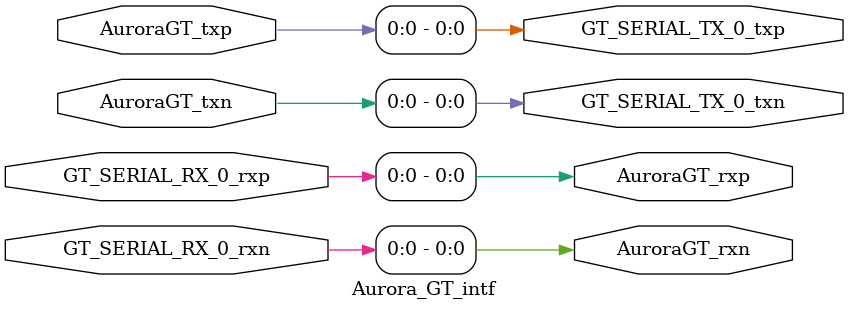
<source format=v>
`timescale 1ns / 1ps


module Aurora_GT_intf

   (
    GT_SERIAL_RX_0_rxn,
    GT_SERIAL_RX_0_rxp,
    GT_SERIAL_TX_0_txn,
    GT_SERIAL_TX_0_txp,
    
    AuroraGT_rxn,
    AuroraGT_rxp,
    AuroraGT_txn,
    AuroraGT_txp,
    );

  (* X_INTERFACE_INFO = "xilinx.com:interface:gt_rtl:1.0 gt_serial_port GRX_P" *)
    input        [                             3:0] GT_SERIAL_RX_0_rxp;
    (* X_INTERFACE_INFO = "xilinx.com:interface:gt_rtl:1.0 gt_serial_port GRX_N" *)
	input        [                             3:0] GT_SERIAL_RX_0_rxn;
 (* X_INTERFACE_INFO = "xilinx.com:interface:gt_rtl:1.0 gt_serial_port GTX_P" *)
	output       [                             3:0] GT_SERIAL_TX_0_txp; 
	(* X_INTERFACE_INFO = "xilinx.com:interface:gt_rtl:1.0 gt_serial_port GTX_N" *)
	output       [                             3:0] GT_SERIAL_TX_0_txn;
	
//	(* X_INTERFACE_INFO = "xilinx.com:interface:gt_rtl:1.0 gt_tx GRX_N" *)
//    input        [                             0:0] AuroraGT_txn;
//    (* X_INTERFACE_INFO = "xilinx.com:interface:gt_rtl:1.0 gt_tx GRX_P" *)
//	input        [                             0:0] AuroraGT_txp;
//    (* X_INTERFACE_INFO = "xilinx.com:interface:gt_rtl:1.0 gt_rx GTX_N" *)
//	output       [                             0:0] AuroraGT_rxn; 
//	(* X_INTERFACE_INFO = "xilinx.com:interface:gt_rtl:1.0 gt_rx GTX_P" *)
//	output       [                             0:0] AuroraGT_rxp;
	
////		(* X_INTERFACE_INFO = "xilinx.com:interface:diff_analog_io:1.0 AuroraGT_tx V_N" *)
//    input        [                             0:0] AuroraGT_txn;
////    (* X_INTERFACE_INFO = "xilinx.com:interface:diff_analog_io:1.0 AuroraGT_tx V_P" *)
//	input        [                             0:0] AuroraGT_txp;
////    (* X_INTERFACE_INFO = "xilinx.com:interface:diff_analog_io:1.0 AuroraGT_rx V_N" *)
//	output       [                             0:0] AuroraGT_rxn; 
////	(* X_INTERFACE_INFO = "xilinx.com:interface:diff_analog_io:1.0 AuroraGT_rx V_P" *)
//	output       [                             0:0] AuroraGT_rxp;
	
	(* X_INTERFACE_INFO = "xilinx.com:display_aurora:GT_Serial_Transceiver_Pins_TX_rtl:1.0 AuroraGT_tx TXN" *)
    input        [                             0:0] AuroraGT_txn;
    (* X_INTERFACE_INFO = "xilinx.com:display_aurora:GT_Serial_Transceiver_Pins_TX_rtl:1.0 AuroraGT_tx TXP" *)
	input        [                             0:0] AuroraGT_txp;
    (* X_INTERFACE_INFO = "xilinx.com:display_aurora:GT_Serial_Transceiver_Pins_RX_rtl:1.0 AuroraGT_rx RXN" *)
	output       [                             0:0] AuroraGT_rxn; 
	(* X_INTERFACE_INFO = "xilinx.com:display_aurora:GT_Serial_Transceiver_Pins_RX_rtl:1.0 AuroraGT_rx RXP" *)
	output       [                             0:0] AuroraGT_rxp;
	
	
	
	assign AuroraGT_rxp[0:0] = GT_SERIAL_RX_0_rxp[0:0];
	assign AuroraGT_rxn[0:0] = GT_SERIAL_RX_0_rxn[0:0];
	assign GT_SERIAL_TX_0_txp[0:0] = AuroraGT_txp[0:0];
	assign GT_SERIAL_TX_0_txn[0:0] = AuroraGT_txn[0:0];
	
//  input [0:0]GT_SERIAL_RX_0_rxn;
//  input [0:0]GT_SERIAL_RX_0_rxp;
//  output [0:0]GT_SERIAL_TX_0_txn;
//  output [0:0]GT_SERIAL_TX_0_txp;





endmodule

</source>
